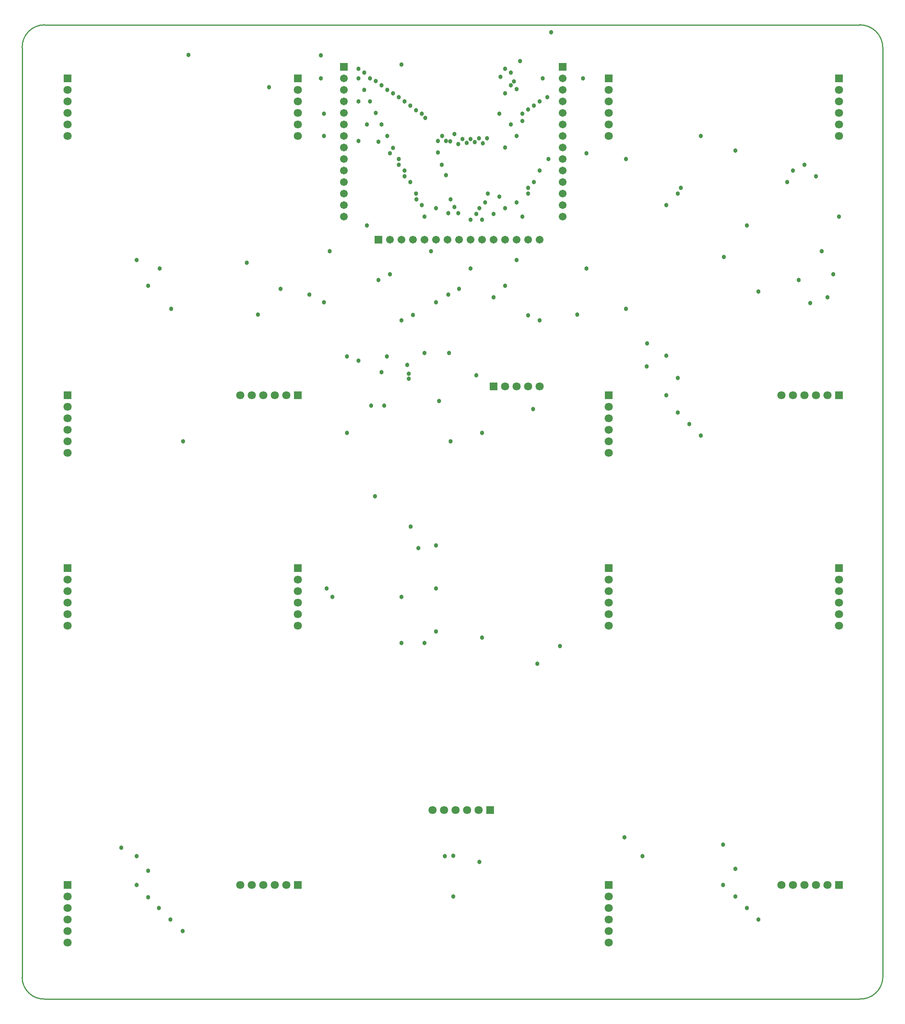
<source format=gbs>
G04*
G04 #@! TF.GenerationSoftware,Altium Limited,Altium Designer,22.10.1 (41)*
G04*
G04 Layer_Color=16711935*
%FSLAX25Y25*%
%MOIN*%
G70*
G04*
G04 #@! TF.SameCoordinates,861FA483-057D-4AEF-8965-819BABE67C1D*
G04*
G04*
G04 #@! TF.FilePolarity,Negative*
G04*
G01*
G75*
%ADD11C,0.01000*%
%ADD51R,0.06706X0.06706*%
%ADD52C,0.06706*%
%ADD53C,0.07099*%
%ADD54R,0.07099X0.07099*%
%ADD55R,0.06706X0.06706*%
%ADD56R,0.07099X0.07099*%
%ADD57C,0.03800*%
D11*
X19685Y846457D02*
G03*
X500Y826772I250J-19435D01*
G01*
X748032D02*
G03*
X727846Y846457I-19935J-250D01*
G01*
Y1000D02*
G03*
X748032Y19685I750J19435D01*
G01*
X500D02*
G03*
X19685Y1000I18935J250D01*
G01*
X748032Y374016D02*
Y826772D01*
X374016Y846457D02*
X728346D01*
X19685D02*
X374016D01*
X500Y472441D02*
Y826772D01*
X748032Y19685D02*
Y374016D01*
X374016Y1000D02*
X727846D01*
X500Y19685D02*
Y472441D01*
X19685Y1000D02*
X374016D01*
D51*
X470000Y810000D02*
D03*
X280000D02*
D03*
D52*
X470000Y800000D02*
D03*
Y790000D02*
D03*
Y780000D02*
D03*
Y770000D02*
D03*
Y760000D02*
D03*
Y750000D02*
D03*
Y740000D02*
D03*
Y730000D02*
D03*
Y720000D02*
D03*
Y710000D02*
D03*
Y700000D02*
D03*
Y690000D02*
D03*
Y680000D02*
D03*
X450000Y660000D02*
D03*
X440000D02*
D03*
X430000D02*
D03*
X420000D02*
D03*
X410000D02*
D03*
X400000D02*
D03*
X390000D02*
D03*
X380000D02*
D03*
X370000D02*
D03*
X360000D02*
D03*
X350000D02*
D03*
X340000D02*
D03*
X330000D02*
D03*
X320000D02*
D03*
X280000Y680000D02*
D03*
Y690000D02*
D03*
Y700000D02*
D03*
Y710000D02*
D03*
Y720000D02*
D03*
Y730000D02*
D03*
Y740000D02*
D03*
Y750000D02*
D03*
Y760000D02*
D03*
Y770000D02*
D03*
Y780000D02*
D03*
Y790000D02*
D03*
Y800000D02*
D03*
D53*
X377000Y165000D02*
D03*
X397000D02*
D03*
X387000D02*
D03*
X367000D02*
D03*
X357000D02*
D03*
X450038Y532641D02*
D03*
X440038D02*
D03*
X420038D02*
D03*
X430038D02*
D03*
X680000Y525000D02*
D03*
X700000D02*
D03*
X690000D02*
D03*
X670000D02*
D03*
X660000D02*
D03*
X680000Y100000D02*
D03*
X700000D02*
D03*
X690000D02*
D03*
X670000D02*
D03*
X660000D02*
D03*
X710000Y345000D02*
D03*
Y365000D02*
D03*
Y355000D02*
D03*
Y335000D02*
D03*
Y325000D02*
D03*
Y770000D02*
D03*
Y790000D02*
D03*
Y780000D02*
D03*
Y760000D02*
D03*
Y750000D02*
D03*
X510000Y495000D02*
D03*
Y515000D02*
D03*
Y505000D02*
D03*
Y485000D02*
D03*
Y475000D02*
D03*
Y770000D02*
D03*
Y790000D02*
D03*
Y780000D02*
D03*
Y760000D02*
D03*
Y750000D02*
D03*
Y70000D02*
D03*
Y90000D02*
D03*
Y80000D02*
D03*
Y60000D02*
D03*
Y50000D02*
D03*
Y345000D02*
D03*
Y365000D02*
D03*
Y355000D02*
D03*
Y335000D02*
D03*
Y325000D02*
D03*
X210000Y525000D02*
D03*
X230000D02*
D03*
X220000D02*
D03*
X200000D02*
D03*
X190000D02*
D03*
X240000Y770000D02*
D03*
Y790000D02*
D03*
Y780000D02*
D03*
Y760000D02*
D03*
Y750000D02*
D03*
X40000Y770000D02*
D03*
Y790000D02*
D03*
Y780000D02*
D03*
Y760000D02*
D03*
Y750000D02*
D03*
Y495000D02*
D03*
Y515000D02*
D03*
Y505000D02*
D03*
Y485000D02*
D03*
Y475000D02*
D03*
X240000Y345000D02*
D03*
Y365000D02*
D03*
Y355000D02*
D03*
Y335000D02*
D03*
Y325000D02*
D03*
X40000Y70000D02*
D03*
Y90000D02*
D03*
Y80000D02*
D03*
Y60000D02*
D03*
Y50000D02*
D03*
Y345000D02*
D03*
Y365000D02*
D03*
Y355000D02*
D03*
Y335000D02*
D03*
Y325000D02*
D03*
X210000Y100000D02*
D03*
X230000D02*
D03*
X220000D02*
D03*
X200000D02*
D03*
X190000D02*
D03*
D54*
X407000Y165000D02*
D03*
X410038Y532641D02*
D03*
X710000Y525000D02*
D03*
Y100000D02*
D03*
X240000Y525000D02*
D03*
Y100000D02*
D03*
D55*
X310000Y660000D02*
D03*
D56*
X710000Y375000D02*
D03*
Y800000D02*
D03*
X510000Y525000D02*
D03*
Y800000D02*
D03*
Y100000D02*
D03*
Y375000D02*
D03*
X240000Y800000D02*
D03*
X40000D02*
D03*
Y525000D02*
D03*
X240000Y375000D02*
D03*
X40000Y100000D02*
D03*
Y375000D02*
D03*
D57*
X330008Y811925D02*
D03*
X433012Y814867D02*
D03*
X306847Y437250D02*
D03*
X487500Y800000D02*
D03*
X490537Y635000D02*
D03*
Y735000D02*
D03*
X262500Y769327D02*
D03*
X372500Y485000D02*
D03*
X371391Y561634D02*
D03*
X350000D02*
D03*
X336171Y543760D02*
D03*
X312500Y545000D02*
D03*
X315000Y516150D02*
D03*
X292500Y555000D02*
D03*
X303500Y516150D02*
D03*
X282500Y558819D02*
D03*
Y492500D02*
D03*
X400000D02*
D03*
Y314803D02*
D03*
X267500Y650000D02*
D03*
X265000Y357500D02*
D03*
X360000D02*
D03*
X359935Y320000D02*
D03*
X270000Y350000D02*
D03*
X330000D02*
D03*
Y310000D02*
D03*
X375000Y125500D02*
D03*
X375000Y90000D02*
D03*
X620000Y114056D02*
D03*
X609427Y135000D02*
D03*
X397500Y120000D02*
D03*
X523701Y141201D02*
D03*
X367500Y125000D02*
D03*
X569822Y540000D02*
D03*
X560000Y559500D02*
D03*
X215000Y792500D02*
D03*
X572500Y705000D02*
D03*
X445000Y710000D02*
D03*
X610000Y645000D02*
D03*
X430000Y642500D02*
D03*
X292500Y779996D02*
D03*
Y745537D02*
D03*
X361614D02*
D03*
X322500Y739675D02*
D03*
X620000Y737500D02*
D03*
X300000Y760000D02*
D03*
Y672500D02*
D03*
X630000D02*
D03*
X640000Y615000D02*
D03*
X410038Y610000D02*
D03*
X262500Y605537D02*
D03*
Y750000D02*
D03*
X680000Y725000D02*
D03*
X690000Y715000D02*
D03*
X355571Y650000D02*
D03*
X695000D02*
D03*
X195650Y640000D02*
D03*
X205313Y595000D02*
D03*
X340000Y594675D02*
D03*
X360000Y605537D02*
D03*
X440038Y594463D02*
D03*
X482500Y595000D02*
D03*
X590000Y750000D02*
D03*
X525000Y730000D02*
D03*
Y600000D02*
D03*
X670000Y720000D02*
D03*
X665000Y710000D02*
D03*
X570000Y700000D02*
D03*
X560000Y690000D02*
D03*
X710000Y680000D02*
D03*
X100000Y642500D02*
D03*
X110000Y620000D02*
D03*
X420000D02*
D03*
X700000Y610000D02*
D03*
X120000Y635000D02*
D03*
X390000D02*
D03*
X225000Y617500D02*
D03*
X380000D02*
D03*
X250000Y612500D02*
D03*
X370630D02*
D03*
X685000Y605000D02*
D03*
X450038Y590000D02*
D03*
X330000D02*
D03*
X705000Y630000D02*
D03*
X320000D02*
D03*
X675000Y625000D02*
D03*
X310000D02*
D03*
X590000Y490000D02*
D03*
X580000Y500000D02*
D03*
X569822Y510000D02*
D03*
X560000Y525000D02*
D03*
X640000Y70000D02*
D03*
X630000Y80000D02*
D03*
X620000Y90000D02*
D03*
X609427Y100000D02*
D03*
X140151Y485106D02*
D03*
X145000Y820356D02*
D03*
X86557Y132500D02*
D03*
X110000Y112500D02*
D03*
X100000Y125000D02*
D03*
Y100000D02*
D03*
X110000Y89427D02*
D03*
X119427Y80000D02*
D03*
X130000Y600000D02*
D03*
X129427Y70000D02*
D03*
X140000Y60000D02*
D03*
X260000Y820000D02*
D03*
Y800000D02*
D03*
X338000Y411042D02*
D03*
X416000Y801295D02*
D03*
X460000Y840000D02*
D03*
X543269Y570000D02*
D03*
X542913Y550000D02*
D03*
X394901Y542500D02*
D03*
X336171Y539478D02*
D03*
X334814Y551240D02*
D03*
X317216Y558819D02*
D03*
X362500Y519906D02*
D03*
X444388Y512889D02*
D03*
X359935Y394569D02*
D03*
X344609Y392246D02*
D03*
X350000Y310000D02*
D03*
X467500Y307500D02*
D03*
X447933Y292067D02*
D03*
X539153Y125000D02*
D03*
X368537Y716037D02*
D03*
Y745772D02*
D03*
X365158Y750000D02*
D03*
X365000Y725000D02*
D03*
X361614Y735787D02*
D03*
X435000Y680000D02*
D03*
Y763165D02*
D03*
Y769327D02*
D03*
X415000Y697500D02*
D03*
Y769327D02*
D03*
X440000Y705000D02*
D03*
Y772870D02*
D03*
X445000Y776413D02*
D03*
X450000Y720000D02*
D03*
Y779996D02*
D03*
X457500Y730000D02*
D03*
X456461Y783539D02*
D03*
X420000Y740000D02*
D03*
Y787083D02*
D03*
X430000Y750000D02*
D03*
Y790626D02*
D03*
X425000Y760000D02*
D03*
Y794169D02*
D03*
X427500Y797500D02*
D03*
X425000Y804839D02*
D03*
X452500Y800000D02*
D03*
X420000Y808382D02*
D03*
X440000Y700000D02*
D03*
X405000D02*
D03*
X404213Y748091D02*
D03*
X430000Y692500D02*
D03*
X402500D02*
D03*
X400669Y743799D02*
D03*
X337500Y710000D02*
D03*
X420000Y687500D02*
D03*
X397500D02*
D03*
X397126Y747874D02*
D03*
X410000Y682500D02*
D03*
X395000D02*
D03*
X393583Y744547D02*
D03*
X400000Y677500D02*
D03*
X390000D02*
D03*
Y747500D02*
D03*
X386457Y743957D02*
D03*
X382913Y747303D02*
D03*
X370630Y683130D02*
D03*
X379370D02*
D03*
Y743130D02*
D03*
X360000Y687500D02*
D03*
X375827Y688327D02*
D03*
Y751673D02*
D03*
X342870Y695000D02*
D03*
X372500D02*
D03*
X372284Y745217D02*
D03*
X332500Y715000D02*
D03*
X327500Y725000D02*
D03*
X320000Y735000D02*
D03*
X310000Y745000D02*
D03*
X350000Y680000D02*
D03*
X350783Y765784D02*
D03*
X347500Y690000D02*
D03*
Y769327D02*
D03*
X342500Y700000D02*
D03*
Y772500D02*
D03*
X337500Y776413D02*
D03*
X332500Y720000D02*
D03*
Y779996D02*
D03*
X327500Y730000D02*
D03*
Y783539D02*
D03*
X322500Y787083D02*
D03*
X317500Y750000D02*
D03*
Y790000D02*
D03*
X312500Y760000D02*
D03*
Y794169D02*
D03*
X307500Y770000D02*
D03*
X307713Y797713D02*
D03*
X302500Y780000D02*
D03*
Y800000D02*
D03*
X297500Y790000D02*
D03*
X292500Y800000D02*
D03*
X297500Y805000D02*
D03*
X292500Y808382D02*
D03*
M02*

</source>
